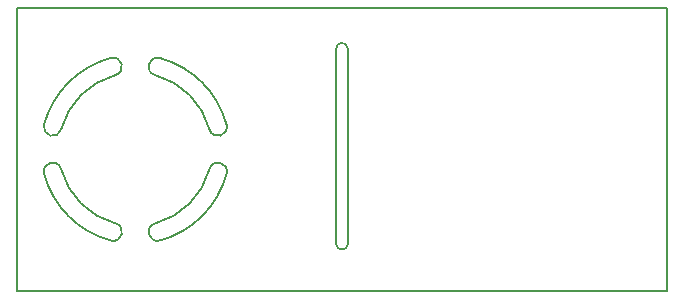
<source format=gbr>
G04 #@! TF.GenerationSoftware,KiCad,Pcbnew,(2017-06-16 revision 2018d4894)-master*
G04 #@! TF.CreationDate,2017-08-18T11:46:34+02:00*
G04 #@! TF.ProjectId,reference_board,7265666572656E63655F626F6172642E,rev?*
G04 #@! TF.SameCoordinates,Original
G04 #@! TF.FileFunction,Profile,NP*
%FSLAX46Y46*%
G04 Gerber Fmt 4.6, Leading zero omitted, Abs format (unit mm)*
G04 Created by KiCad (PCBNEW (2017-06-16 revision 2018d4894)-master) date Fri Aug 18 11:46:34 2017*
%MOMM*%
%LPD*%
G01*
G04 APERTURE LIST*
%ADD10C,0.100000*%
%ADD11C,0.150000*%
G04 APERTURE END LIST*
D10*
D11*
X140000000Y-83000000D02*
X140000000Y-107000000D01*
X195000000Y-107000000D02*
X140000000Y-107000000D01*
X195000000Y-83000000D02*
X195000000Y-107000000D01*
X140000000Y-83000000D02*
X195000000Y-83000000D01*
X168000000Y-86500000D02*
G75*
G03X167000000Y-86500000I-500000J0D01*
G01*
X167000000Y-103000000D02*
G75*
G03X168000000Y-103000000I500000J0D01*
G01*
X167000000Y-86500000D02*
X167000000Y-103000000D01*
X168000000Y-86500000D02*
X168000000Y-103000000D01*
X151685077Y-88721360D02*
G75*
G02X156280000Y-93320000I-1685077J-6278640D01*
G01*
X152072327Y-87270624D02*
G75*
G02X157730000Y-92930000I-2072327J-7729376D01*
G01*
X157720000Y-92920000D02*
G75*
G02X156280000Y-93320000I-720000J-200000D01*
G01*
X151690000Y-88730000D02*
G75*
G02X152070000Y-87270000I190000J730000D01*
G01*
X143721360Y-93314923D02*
G75*
G02X148320000Y-88720000I6278640J-1685077D01*
G01*
X142270624Y-92927673D02*
G75*
G02X147930000Y-87270000I7729376J-2072327D01*
G01*
X147920000Y-87280000D02*
G75*
G02X148320000Y-88720000I200000J-720000D01*
G01*
X143730000Y-93310000D02*
G75*
G02X142270000Y-92930000I-730000J190000D01*
G01*
X148314923Y-101278640D02*
G75*
G02X143720000Y-96680000I1685077J6278640D01*
G01*
X147927673Y-102729376D02*
G75*
G02X142270000Y-97070000I2072327J7729376D01*
G01*
X142280000Y-97080000D02*
G75*
G02X143720000Y-96680000I720000J200000D01*
G01*
X148310000Y-101270000D02*
G75*
G02X147930000Y-102730000I-190000J-730000D01*
G01*
X156278640Y-96685077D02*
G75*
G02X151680000Y-101280000I-6278640J1685077D01*
G01*
X157729376Y-97072327D02*
G75*
G02X152070000Y-102730000I-7729376J2072327D01*
G01*
X152080000Y-102720000D02*
G75*
G02X151680000Y-101280000I-200000J720000D01*
G01*
X156270000Y-96690000D02*
G75*
G02X157730000Y-97070000I730000J-190000D01*
G01*
M02*

</source>
